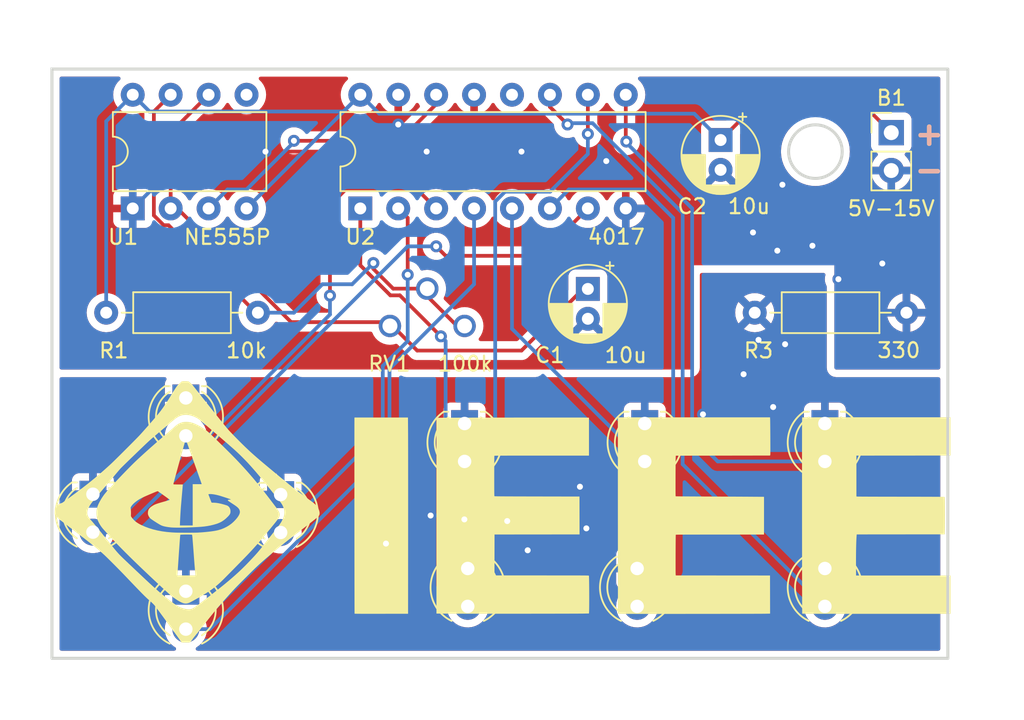
<source format=kicad_pcb>
(kicad_pcb (version 20211014) (generator pcbnew)
  (layers (0 "F.Cu" signal) (31 "B.Cu" signal) (34 "B.Paste" user) (35 "F.Paste" user) (36 "B.SilkS" user "B.Silkscreen") (37 "F.SilkS" user "F.Silkscreen") (38 "B.Mask" user) (39 "F.Mask" user) (44 "Edge.Cuts" user))
  (net 0 "")
  (net 1 "Net-(C1-Pad1)")
  (net 2 "GND")
  (net 3 "Net-(U1-Pad3)")
  (net 4 "VCC")
  (net 5 "Net-(D1-Pad2)")
  (net 6 "Net-(D2-Pad2)")
  (net 7 "Net-(D3-Pad2)")
  (net 8 "Net-(D4-Pad2)")
  (net 9 "Net-(D5-Pad2)")
  (net 10 "Net-(D6-Pad2)")
  (net 11 "Net-(D7-Pad2)")
  (net 12 "Net-(D8-Pad2)")
  (net 13 "Net-(D9-Pad2)")
  (net 14 "Net-(D10-Pad2)")
  (net 16 "Net-(R1-Pad1)")
  (net 18 "/LED_K")
  (footprint "LED_THT:LED_D4.0mm" (layer "F.Cu") (at 108.966 95.504 -90)
    (fp_text reference "D3" hide)
    (fp_text value "LED")
    (pad "1" thru_hole rect (at 0 0 270) (size 1.8 1.8) (drill 0.9) (layers *.Cu *.Mask) (net 18 "/LED_K"))
    (pad "2" thru_hole circle (at 2.54 0 270) (size 1.8 1.8) (drill 0.9) (layers *.Cu *.Mask) (net 7 "Net-(D3-Pad2)"))
  )
  (footprint "LOGO" (layer "F.Cu") (at 130.175 90.17)
    (fp_text reference "G***" (at 0 0) (layer "F.SilkS") (effects (font (size 1.524 1.524) (thickness 0.3))))
    (fp_text value "LOGO" hide)
  )
  (footprint "LED_THT:LED_D4.0mm" (layer "F.Cu") (at 115.316 89.027 -90)
    (fp_text reference "D2" hide)
    (fp_text value "LED")
    (pad "1" thru_hole rect (at 0 0 270) (size 1.8 1.8) (drill 0.9) (layers *.Cu *.Mask) (net 18 "/LED_K"))
    (pad "2" thru_hole circle (at 2.54 0 270) (size 1.8 1.8) (drill 0.9) (layers *.Cu *.Mask) (net 6 "Net-(D2-Pad2)"))
  )
  (footprint "LED_THT:LED_D4.0mm" (layer "F.Cu") (at 127.635 84.265 -90)
    (fp_text reference "D5" hide)
    (fp_text value "LED")
    (pad "1" thru_hole rect (at 0 0 270) (size 1.8 1.8) (drill 0.9) (layers *.Cu *.Mask) (net 18 "/LED_K"))
    (pad "2" thru_hole circle (at 2.54 0 270) (size 1.8 1.8) (drill 0.9) (layers *.Cu *.Mask) (net 9 "Net-(D5-Pad2)"))
  )
  (footprint "Package_DIP:DIP-8_W7.62mm" (layer "F.Cu") (at 105.41 69.85 90)
    (fp_text reference "U1" (at -1.915 -0.645 180) (layer "F.SilkS"))
    (fp_text value "NE555P" (at -1.915 6.34 180) (layer "F.SilkS"))
    (pad "1" thru_hole rect (at 0 0 90) (size 1.6 1.6) (drill 0.8) (layers *.Cu *.Mask) (net 2 "GND"))
    (pad "2" thru_hole oval (at 0 2.54 90) (size 1.6 1.6) (drill 0.8) (layers *.Cu *.Mask) (net 1 "Net-(C1-Pad1)"))
    (pad "3" thru_hole oval (at 0 5.08 90) (size 1.6 1.6) (drill 0.8) (layers *.Cu *.Mask) (net 3 "Net-(U1-Pad3)"))
    (pad "4" thru_hole oval (at 0 7.62 90) (size 1.6 1.6) (drill 0.8) (layers *.Cu *.Mask) (net 4 "VCC"))
    (pad "5" thru_hole oval (at 7.62 7.62 90) (size 1.6 1.6) (drill 0.8) (layers *.Cu *.Mask))
    (pad "6" thru_hole oval (at 7.62 5.08 90) (size 1.6 1.6) (drill 0.8) (layers *.Cu *.Mask) (net 1 "Net-(C1-Pad1)"))
    (pad "7" thru_hole oval (at 7.62 2.54 90) (size 1.6 1.6) (drill 0.8) (layers *.Cu *.Mask) (net 16 "Net-(R1-Pad1)"))
    (pad "8" thru_hole oval (at 7.62 0 90) (size 1.6 1.6) (drill 0.8) (layers *.Cu *.Mask) (net 4 "VCC"))
  )
  (footprint "LED_THT:LED_D4.0mm" (layer "F.Cu") (at 127.845 93.98 -90)
    (fp_text reference "D6" hide)
    (fp_text value "LED")
    (pad "1" thru_hole rect (at 0 0 270) (size 1.8 1.8) (drill 0.9) (layers *.Cu *.Mask) (net 18 "/LED_K"))
    (pad "2" thru_hole circle (at 2.54 0 270) (size 1.8 1.8) (drill 0.9) (layers *.Cu *.Mask) (net 10 "Net-(D6-Pad2)"))
  )
  (footprint "Capacitor_THT:CP_Radial_D5.0mm_P2.00mm" (layer "F.Cu") (at 135.89 75.244888 -90)
    (fp_text reference "C1" (at 4.445 2.54 180) (layer "F.SilkS"))
    (fp_text value "10u" (at 4.445 -2.54 180) (layer "F.SilkS"))
    (pad "1" thru_hole rect (at 0 0 270) (size 1.6 1.6) (drill 0.8) (layers *.Cu *.Mask) (net 1 "Net-(C1-Pad1)"))
    (pad "2" thru_hole circle (at 2 0 270) (size 1.6 1.6) (drill 0.8) (layers *.Cu *.Mask) (net 2 "GND"))
  )
  (footprint "Package_DIP:DIP-16_W7.62mm" (layer "F.Cu") (at 120.65 69.85 90)
    (fp_text reference "U2" (at -1.905 0) (layer "F.SilkS"))
    (fp_text value "4017" (at -1.905 17.145) (layer "F.SilkS"))
    (pad "1" thru_hole rect (at 0 0 90) (size 1.6 1.6) (drill 0.8) (layers *.Cu *.Mask) (net 10 "Net-(D6-Pad2)"))
    (pad "2" thru_hole oval (at 0 2.54 90) (size 1.6 1.6) (drill 0.8) (layers *.Cu *.Mask) (net 6 "Net-(D2-Pad2)"))
    (pad "3" thru_hole oval (at 0 5.08 90) (size 1.6 1.6) (drill 0.8) (layers *.Cu *.Mask) (net 5 "Net-(D1-Pad2)"))
    (pad "4" thru_hole oval (at 0 7.62 90) (size 1.6 1.6) (drill 0.8) (layers *.Cu *.Mask) (net 7 "Net-(D3-Pad2)"))
    (pad "5" thru_hole oval (at 0 10.16 90) (size 1.6 1.6) (drill 0.8) (layers *.Cu *.Mask) (net 11 "Net-(D7-Pad2)"))
    (pad "6" thru_hole oval (at 0 12.7 90) (size 1.6 1.6) (drill 0.8) (layers *.Cu *.Mask) (net 12 "Net-(D8-Pad2)"))
    (pad "7" thru_hole oval (at 0 15.24 90) (size 1.6 1.6) (drill 0.8) (layers *.Cu *.Mask) (net 8 "Net-(D4-Pad2)"))
    (pad "8" thru_hole oval (at 0 17.78 90) (size 1.6 1.6) (drill 0.8) (layers *.Cu *.Mask) (net 2 "GND"))
    (pad "9" thru_hole oval (at 7.62 17.78 90) (size 1.6 1.6) (drill 0.8) (layers *.Cu *.Mask) (net 13 "Net-(D9-Pad2)"))
    (pad "10" thru_hole oval (at 7.62 15.24 90) (size 1.6 1.6) (drill 0.8) (layers *.Cu *.Mask) (net 9 "Net-(D5-Pad2)"))
    (pad "11" thru_hole oval (at 7.62 12.7 90) (size 1.6 1.6) (drill 0.8) (layers *.Cu *.Mask) (net 14 "Net-(D10-Pad2)"))
    (pad "12" thru_hole oval (at 7.62 10.16 90) (size 1.6 1.6) (drill 0.8) (layers *.Cu *.Mask))
    (pad "13" thru_hole oval (at 7.62 7.62 90) (size 1.6 1.6) (drill 0.8) (layers *.Cu *.Mask) (net 2 "GND"))
    (pad "14" thru_hole oval (at 7.62 5.08 90) (size 1.6 1.6) (drill 0.8) (layers *.Cu *.Mask) (net 3 "Net-(U1-Pad3)"))
    (pad "15" thru_hole oval (at 7.62 2.54 90) (size 1.6 1.6) (drill 0.8) (layers *.Cu *.Mask) (net 2 "GND"))
    (pad "16" thru_hole oval (at 7.62 0 90) (size 1.6 1.6) (drill 0.8) (layers *.Cu *.Mask) (net 4 "VCC"))
  )
  (footprint "Resistor_THT:R_Axial_DIN0207_L6.3mm_D2.5mm_P10.16mm_Horizontal" (layer "F.Cu") (at 147.066 76.835)
    (fp_text reference "R3" (at 0.254 2.54) (layer "F.SilkS"))
    (fp_text value "330" (at 9.652 2.526) (layer "F.SilkS"))
    (pad "1" thru_hole circle (at 0 0) (size 1.6 1.6) (drill 0.8) (layers *.Cu *.Mask) (net 18 "/LED_K"))
    (pad "2" thru_hole oval (at 10.16 0) (size 1.6 1.6) (drill 0.8) (layers *.Cu *.Mask) (net 2 "GND"))
  )
  (footprint "LED_THT:LED_D4.0mm" (layer "F.Cu") (at 139.7 84.265 -90)
    (fp_text reference "D7" hide)
    (fp_text value "LED")
    (pad "1" thru_hole rect (at 0 0 270) (size 1.8 1.8) (drill 0.9) (layers *.Cu *.Mask) (net 18 "/LED_K"))
    (pad "2" thru_hole circle (at 2.54 0 270) (size 1.8 1.8) (drill 0.9) (layers *.Cu *.Mask) (net 11 "Net-(D7-Pad2)"))
  )
  (footprint "LED_THT:LED_D4.0mm" (layer "F.Cu") (at 108.966 82.55 -90)
    (fp_text reference "D1" hide)
    (fp_text value "LED")
    (pad "1" thru_hole rect (at 0 0 270) (size 1.8 1.8) (drill 0.9) (layers *.Cu *.Mask) (net 18 "/LED_K"))
    (pad "2" thru_hole circle (at 2.54 0 270) (size 1.8 1.8) (drill 0.9) (layers *.Cu *.Mask) (net 5 "Net-(D1-Pad2)"))
  )
  (footprint "Connector_PinHeader_2.54mm:PinHeader_1x02_P2.54mm_Vertical" (layer "F.Cu") (at 156.21 64.77)
    (fp_text reference "B1" (at 0 -2.33) (layer "F.SilkS"))
    (fp_text value "5V-15V" (at 0 5.08) (layer "F.SilkS"))
    (pad "1" thru_hole rect (at 0 0) (size 1.7 1.7) (drill 1) (layers *.Cu *.Mask) (net 4 "VCC"))
    (pad "2" thru_hole oval (at 0 2.54) (size 1.7 1.7) (drill 1) (layers *.Cu *.Mask) (net 2 "GND"))
  )
  (footprint "aFootprint:trimpot-3306KPW" (layer "F.Cu") (at 125.135 77.724)
    (fp_text reference "RV1" (at -2.54 2.54) (layer "F.SilkS"))
    (fp_text value "100k" (at 2.54 2.54) (layer "F.SilkS"))
    (pad "1" thru_hole circle locked (at -2.5 0) (size 1.5 1.5) (drill 1) (layers *.Cu *.Mask) (net 1 "Net-(C1-Pad1)"))
    (pad "2" thru_hole circle locked (at 0 -2.5) (size 1.5 1.5) (drill 1) (layers *.Cu *.Mask) (net 16 "Net-(R1-Pad1)"))
    (pad "3" thru_hole circle locked (at 2.5 0) (size 1.5 1.5) (drill 1) (layers *.Cu *.Mask) (net 16 "Net-(R1-Pad1)"))
  )
  (footprint "LED_THT:LED_D4.0mm" (layer "F.Cu") (at 151.765 84.265 -90)
    (fp_text reference "D9" hide)
    (fp_text value "LED")
    (pad "1" thru_hole rect (at 0 0 270) (size 1.8 1.8) (drill 0.9) (layers *.Cu *.Mask) (net 18 "/LED_K"))
    (pad "2" thru_hole circle (at 2.54 0 270) (size 1.8 1.8) (drill 0.9) (layers *.Cu *.Mask) (net 13 "Net-(D9-Pad2)"))
  )
  (footprint "Capacitor_THT:CP_Radial_D5.0mm_P2.00mm" (layer "F.Cu") (at 144.78 65.26444 -90)
    (fp_text reference "C2" (at 4.445 1.905 180) (layer "F.SilkS"))
    (fp_text value "10u" (at 4.445 -1.905 180) (layer "F.SilkS"))
    (pad "1" thru_hole rect (at 0 0 270) (size 1.6 1.6) (drill 0.8) (layers *.Cu *.Mask) (net 4 "VCC"))
    (pad "2" thru_hole circle (at 2 0 270) (size 1.6 1.6) (drill 0.8) (layers *.Cu *.Mask) (net 2 "GND"))
  )
  (footprint "LED_THT:LED_D4.0mm" (layer "F.Cu") (at 151.765 93.98 -90)
    (fp_text reference "D10" hide)
    (fp_text value "LED")
    (pad "1" thru_hole rect (at 0 0 270) (size 1.8 1.8) (drill 0.9) (layers *.Cu *.Mask) (net 18 "/LED_K"))
    (pad "2" thru_hole circle (at 2.54 0 270) (size 1.8 1.8) (drill 0.9) (layers *.Cu *.Mask) (net 14 "Net-(D10-Pad2)"))
  )
  (footprint "LED_THT:LED_D4.0mm" (layer "F.Cu") (at 139.192 93.98 -90)
    (fp_text reference "D8" hide)
    (fp_text value "LED")
    (pad "1" thru_hole rect (at 0 0 270) (size 1.8 1.8) (drill 0.9) (layers *.Cu *.Mask) (net 18 "/LED_K"))
    (pad "2" thru_hole circle (at 2.54 0 270) (size 1.8 1.8) (drill 0.9) (layers *.Cu *.Mask) (net 12 "Net-(D8-Pad2)"))
  )
  (footprint "Resistor_THT:R_Axial_DIN0207_L6.3mm_D2.5mm_P10.16mm_Horizontal" (layer "F.Cu") (at 113.792 76.835 180)
    (fp_text reference "R1" (at 9.652 -2.54) (layer "F.SilkS"))
    (fp_text value "10k" (at 0.762 -2.54) (layer "F.SilkS"))
    (pad "1" thru_hole circle (at 0 0 180) (size 1.6 1.6) (drill 0.8) (layers *.Cu *.Mask) (net 16 "Net-(R1-Pad1)"))
    (pad "2" thru_hole oval (at 10.16 0 180) (size 1.6 1.6) (drill 0.8) (layers *.Cu *.Mask) (net 4 "VCC"))
  )
  (footprint "LED_THT:LED_D4.0mm" (layer "F.Cu") (at 102.743 89.002 -90)
    (fp_text reference "D4" hide)
    (fp_text value "LED")
    (pad "1" thru_hole rect (at 0 0 270) (size 1.8 1.8) (drill 0.9) (layers *.Cu *.Mask) (net 18 "/LED_K"))
    (pad "2" thru_hole circle (at 2.54 0 270) (size 1.8 1.8) (drill 0.9) (layers *.Cu *.Mask) (net 8 "Net-(D4-Pad2)"))
  )
  (gr_rect (start 100 60.508) (end 160 100) (layer "Edge.Cuts") (width 0.2) (fill none))
  (gr_circle (center 151.13 66.04) (end 152.926051 66.04) (layer "Edge.Cuts") (width 0.2) (fill none))
  (gr_text "+\n-" (at 158.75 66.04) (layer "B.SilkS") (effects (font (size 1.5 1.5) (thickness 0.3)) (justify mirror)))
  (gr_text "+\n-" (at 158.75 66.04) (layer "F.SilkS") (effects (font (size 1.5 1.5) (thickness 0.3))))
  (segment (start 107.95 69.85) (end 107.95 64.77) (width 0.25) (layer "F.Cu") (net 1))
  (segment (start 135.575112 75.244888) (end 135.89 75.244888) (width 0.25) (layer "F.Cu") (net 1))
  (segment (start 122.635 77.724) (end 122.381 77.47) (width 0.25) (layer "F.Cu") (net 1))
  (segment (start 108.397991 69.85) (end 107.95 69.85) (width 0.25) (layer "F.Cu") (net 1))
  (segment (start 122.635 77.724) (end 122.809 77.724) (width 0.25) (layer "F.Cu") (net 1))
  (segment (start 116.017991 77.47) (end 108.397991 69.85) (width 0.25) (layer "F.Cu") (net 1))
  (segment (start 122.809 77.724) (end 124.46 79.375) (width 0.25) (layer "F.Cu") (net 1))
  (segment (start 107.95 64.77) (end 110.49 62.23) (width 0.25) (layer "F.Cu") (net 1))
  (segment (start 124.46 79.375) (end 131.445 79.375) (width 0.25) (layer "F.Cu") (net 1))
  (segment (start 131.445 79.375) (end 135.575112 75.244888) (width 0.25) (layer "F.Cu") (net 1))
  (segment (start 122.381 77.47) (end 116.017991 77.47) (width 0.25) (layer "F.Cu") (net 1))
  (segment (start 132.08 66.675) (end 137.123951 66.675) (width 0.25) (layer "F.Cu") (net 2))
  (segment (start 130.175 66.04) (end 131.445 66.04) (width 0.25) (layer "F.Cu") (net 2))
  (segment (start 131.445 66.04) (end 132.08 66.675) (width 0.25) (layer "F.Cu") (net 2))
  (segment (start 114.3 66.04) (end 125.095 66.04) (width 0.25) (layer "F.Cu") (net 2))
  (segment (start 125.095 66.04) (end 130.175 66.04) (width 0.25) (layer "F.Cu") (net 2))
  (segment (start 123.19 64.2245) (end 123.19 62.23) (width 0.25) (layer "F.Cu") (net 2))
  (via (at 148.92 68.26) (size 0.8) (drill 0.4) (layers "F.Cu" "B.Cu") (net 2))
  (via (at 131.445 66.04) (size 0.8) (drill 0.4) (layers "F.Cu" "B.Cu") (net 2))
  (via (at 152.67 74.59) (size 0.8) (drill 0.4) (layers "F.Cu" "B.Cu") (net 2))
  (via (at 148.58 72.68) (size 0.8) (drill 0.4) (layers "F.Cu" "B.Cu") (net 2))
  (via (at 125.095 66.04) (size 0.8) (drill 0.4) (layers "F.Cu" "B.Cu") (net 2))
  (via (at 150.93 72.35) (size 0.8) (drill 0.4) (layers "F.Cu" "B.Cu") (net 2))
  (via (at 146.95 71.46) (size 0.8) (drill 0.4) (layers "F.Cu" "B.Cu") (net 2))
  (via (at 123.19 64.2245) (size 0.8) (drill 0.4) (layers "F.Cu" "B.Cu") (net 2))
  (via (at 114.3 66.04) (size 0.8) (drill 0.4) (layers "F.Cu" "B.Cu") (net 2))
  (via (at 137.123951 66.675) (size 0.8) (drill 0.4) (layers "F.Cu" "B.Cu") (net 2))
  (via (at 155.61 73.54) (size 0.8) (drill 0.4) (layers "F.Cu" "B.Cu") (net 2))
  (segment (start 123.2795 64.2245) (end 125.095 66.04) (width 0.25) (layer "B.Cu") (net 2))
  (segment (start 105.41 69.85) (end 109.22 66.04) (width 0.25) (layer "B.Cu") (net 2))
  (segment (start 109.22 66.04) (end 114.3 66.04) (width 0.25) (layer "B.Cu") (net 2))
  (segment (start 123.19 64.2245) (end 123.2795 64.2245) (width 0.25) (layer "B.Cu") (net 2))
  (segment (start 123.2795 65.3155) (end 125.73 62.865) (width 0.25) (layer "F.Cu") (net 3))
  (segment (start 125.73 62.865) (end 125.73 62.23) (width 0.25) (layer "F.Cu") (net 3))
  (segment (start 116.205 65.3155) (end 123.2795 65.3155) (width 0.25) (layer "F.Cu") (net 3))
  (via (at 116.205 65.3155) (size 0.8) (drill 0.4) (layers "F.Cu" "B.Cu") (net 3))
  (segment (start 113.03 68.58) (end 111.76 68.58) (width 0.25) (layer "B.Cu") (net 3))
  (segment (start 116.205 65.405) (end 113.03 68.58) (width 0.25) (layer "B.Cu") (net 3))
  (segment (start 116.205 65.3155) (end 116.205 65.405) (width 0.25) (layer "B.Cu") (net 3))
  (segment (start 111.76 68.58) (end 110.49 69.85) (width 0.25) (layer "B.Cu") (net 3))
  (segment (start 144.78 65.26444) (end 146.54444 63.5) (width 0.25) (layer "F.Cu") (net 4))
  (segment (start 146.54444 63.5) (end 154.94 63.5) (width 0.25) (layer "F.Cu") (net 4))
  (segment (start 154.94 63.5) (end 156.21 64.77) (width 0.25) (layer "F.Cu") (net 4))
  (segment (start 113.03 69.85) (end 120.65 62.23) (width 0.25) (layer "B.Cu") (net 4))
  (segment (start 143.01556 63.5) (end 121.92 63.5) (width 0.25) (layer "B.Cu") (net 4))
  (segment (start 105.41 62.23) (end 106.535 63.355) (width 0.25) (layer "B.Cu") (net 4))
  (segment (start 144.78 65.26444) (end 143.01556 63.5) (width 0.25) (layer "B.Cu") (net 4))
  (segment (start 121.92 63.5) (end 120.65 62.23) (width 0.25) (layer "B.Cu") (net 4))
  (segment (start 105.41 62.23) (end 103.632 64.008) (width 0.25) (layer "B.Cu") (net 4))
  (segment (start 119.525 63.355) (end 120.65 62.23) (width 0.25) (layer "B.Cu") (net 4))
  (segment (start 106.535 63.355) (end 119.525 63.355) (width 0.25) (layer "B.Cu") (net 4))
  (segment (start 103.632 64.008) (end 103.632 76.835) (width 0.25) (layer "B.Cu") (net 4))
  (segment (start 118.618 69.632) (end 119.67 68.58) (width 0.25) (layer "F.Cu") (net 5))
  (segment (start 118.618 75.692) (end 118.618 69.632) (width 0.25) (layer "F.Cu") (net 5))
  (segment (start 119.67 68.58) (end 124.46 68.58) (width 0.25) (layer "F.Cu") (net 5))
  (segment (start 124.46 68.58) (end 125.73 69.85) (width 0.25) (layer "F.Cu") (net 5))
  (via (at 118.618 75.692) (size 0.8) (drill 0.4) (layers "F.Cu" "B.Cu") (net 5))
  (segment (start 118.618 76.960604) (end 110.488604 85.09) (width 0.25) (layer "B.Cu") (net 5))
  (segment (start 118.618 75.692) (end 118.618 76.960604) (width 0.25) (layer "B.Cu") (net 5))
  (segment (start 110.488604 85.09) (end 108.966 85.09) (width 0.25) (layer "B.Cu") (net 5))
  (segment (start 123.825 70.485) (end 123.19 69.85) (width 0.25) (layer "F.Cu") (net 6))
  (segment (start 123.825 74.295) (end 123.825 70.485) (width 0.25) (layer "F.Cu") (net 6))
  (via (at 123.825 74.295) (size 0.8) (drill 0.4) (layers "F.Cu" "B.Cu") (net 6))
  (segment (start 123.825 74.295) (end 123.825 78.738604) (width 0.25) (layer "B.Cu") (net 6))
  (segment (start 123.825 78.738604) (end 122.154476 80.409128) (width 0.25) (layer "B.Cu") (net 6))
  (segment (start 122.154476 80.409128) (end 122.154476 84.728524) (width 0.25) (layer "B.Cu") (net 6))
  (segment (start 122.154476 84.728524) (end 115.316 91.567) (width 0.25) (layer "B.Cu") (net 6))
  (segment (start 128.27 74.93) (end 128.27 69.85) (width 0.25) (layer "B.Cu") (net 7))
  (segment (start 108.966 98.044) (end 110.571412 98.044) (width 0.25) (layer "B.Cu") (net 7))
  (segment (start 110.571412 98.044) (end 122.604476 86.010936) (width 0.25) (layer "B.Cu") (net 7))
  (segment (start 122.604476 80.595524) (end 128.27 74.93) (width 0.25) (layer "B.Cu") (net 7))
  (segment (start 122.604476 86.010936) (end 122.604476 80.595524) (width 0.25) (layer "B.Cu") (net 7))
  (segment (start 126.365 73.025) (end 132.715 73.025) (width 0.25) (layer "F.Cu") (net 8))
  (segment (start 132.715 73.025) (end 135.89 69.85) (width 0.25) (layer "F.Cu") (net 8))
  (segment (start 125.73 72.39) (end 126.365 73.025) (width 0.25) (layer "F.Cu") (net 8))
  (via (at 125.73 72.39) (size 0.8) (drill 0.4) (layers "F.Cu" "B.Cu") (net 8))
  (segment (start 125.73 72.39) (end 123.825 72.39) (width 0.25) (layer "B.Cu") (net 8))
  (segment (start 104.673 91.542) (end 102.743 91.542) (width 0.25) (layer "B.Cu") (net 8))
  (segment (start 123.825 72.39) (end 104.673 91.542) (width 0.25) (layer "B.Cu") (net 8))
  (segment (start 135.89 64.8595) (end 135.89 62.23) (width 0.25) (layer "F.Cu") (net 9))
  (via (at 135.89 64.8595) (size 0.8) (drill 0.4) (layers "F.Cu" "B.Cu") (net 9))
  (segment (start 129.685 84.755) (end 127.635 86.805) (width 0.25) (layer "B.Cu") (net 9))
  (segment (start 129.685 69.384009) (end 129.685 84.755) (width 0.25) (layer "B.Cu") (net 9))
  (segment (start 135.89 66.197005) (end 133.362005 68.725) (width 0.25) (layer "B.Cu") (net 9))
  (segment (start 135.89 64.8595) (end 135.89 66.197005) (width 0.25) (layer "B.Cu") (net 9))
  (segment (start 130.344009 68.725) (end 129.685 69.384009) (width 0.25) (layer "B.Cu") (net 9))
  (segment (start 133.362005 68.725) (end 130.344009 68.725) (width 0.25) (layer "B.Cu") (net 9))
  (segment (start 126.0475 78.4225) (end 123.299 75.674) (width 0.25) (layer "F.Cu") (net 10))
  (segment (start 120.65 73.66) (end 120.65 69.85) (width 0.25) (layer "F.Cu") (net 10))
  (segment (start 123.299 75.674) (end 122.664 75.674) (width 0.25) (layer "F.Cu") (net 10))
  (segment (start 122.664 75.674) (end 120.65 73.66) (width 0.25) (layer "F.Cu") (net 10))
  (via (at 126.0475 78.4225) (size 0.8) (drill 0.4) (layers "F.Cu" "B.Cu") (net 10))
  (segment (start 126.365 78.74) (end 126.365 95.04) (width 0.25) (layer "B.Cu") (net 10))
  (segment (start 126.365 95.04) (end 127.845 96.52) (width 0.25) (layer "B.Cu") (net 10))
  (segment (start 126.0475 78.4225) (end 126.365 78.74) (width 0.25) (layer "B.Cu") (net 10))
  (segment (start 130.81 77.915) (end 130.81 69.85) (width 0.25) (layer "B.Cu") (net 11))
  (segment (start 139.7 86.805) (end 130.81 77.915) (width 0.25) (layer "B.Cu") (net 11))
  (segment (start 141.605 70.485) (end 139.7 68.58) (width 0.25) (layer "B.Cu") (net 12))
  (segment (start 134.62 68.58) (end 133.35 69.85) (width 0.25) (layer "B.Cu") (net 12))
  (segment (start 139.192 96.52) (end 141.605 94.107) (width 0.25) (layer "B.Cu") (net 12))
  (segment (start 141.605 94.107) (end 141.605 70.485) (width 0.25) (layer "B.Cu") (net 12))
  (segment (start 139.7 68.58) (end 134.62 68.58) (width 0.25) (layer "B.Cu") (net 12))
  (segment (start 138.43 65.332902) (end 138.43 62.23) (width 0.25) (layer "F.Cu") (net 13))
  (segment (start 138.466049 65.368951) (end 138.43 65.332902) (width 0.25) (layer "F.Cu") (net 13))
  (via (at 138.466049 65.368951) (size 0.8) (drill 0.4) (layers "F.Cu" "B.Cu") (net 13))
  (segment (start 142.875 69.85) (end 142.875 85.09) (width 0.25) (layer "B.Cu") (net 13))
  (segment (start 138.466049 65.441049) (end 142.875 69.85) (width 0.25) (layer "B.Cu") (net 13))
  (segment (start 144.59 86.805) (end 151.765 86.805) (width 0.25) (layer "B.Cu") (net 13))
  (segment (start 138.466049 65.368951) (end 138.466049 65.441049) (width 0.25) (layer "B.Cu") (net 13))
  (segment (start 142.875 85.09) (end 144.59 86.805) (width 0.25) (layer "B.Cu") (net 13))
  (segment (start 134.5305 64.2245) (end 133.35 63.044) (width 0.25) (layer "F.Cu") (net 14))
  (segment (start 133.35 63.044) (end 133.35 62.23) (width 0.25) (layer "F.Cu") (net 14))
  (via (at 134.5305 64.2245) (size 0.8) (drill 0.4) (layers "F.Cu" "B.Cu") (net 14))
  (segment (start 136.2075 64.135) (end 142.24 70.1675) (width 0.25) (layer "B.Cu") (net 14))
  (segment (start 142.24 86.995) (end 151.765 96.52) (width 0.25) (layer "B.Cu") (net 14))
  (segment (start 134.62 64.135) (end 136.2075 64.135) (width 0.25) (layer "B.Cu") (net 14))
  (segment (start 142.24 70.1675) (end 142.24 86.995) (width 0.25) (layer "B.Cu") (net 14))
  (segment (start 134.5305 64.2245) (end 134.62 64.135) (width 0.25) (layer "B.Cu") (net 14))
  (segment (start 127.127 77.724) (end 125.135 75.732) (width 0.25) (layer "F.Cu") (net 16))
  (segment (start 125.135 75.732) (end 125.135 75.224) (width 0.25) (layer "F.Cu") (net 16))
  (segment (start 127.635 77.724) (end 127.127 77.724) (width 0.25) (layer "F.Cu") (net 16))
  (segment (start 107.484009 70.975) (end 107.805 70.975) (width 0.25) (layer "F.Cu") (net 16))
  (segment (start 107.95 62.23) (end 106.825 63.355) (width 0.25) (layer "F.Cu") (net 16))
  (segment (start 121.524549 73.509951) (end 121.524549 73.898153) (width 0.25) (layer "F.Cu") (net 16))
  (segment (start 107.805 70.975) (end 113.665 76.835) (width 0.25) (layer "F.Cu") (net 16))
  (segment (start 122.850396 75.224) (end 125.135 75.224) (width 0.25) (layer "F.Cu") (net 16))
  (segment (start 113.665 76.835) (end 113.792 76.835) (width 0.25) (layer "F.Cu") (net 16))
  (segment (start 121.524549 73.898153) (end 122.850396 75.224) (width 0.25) (layer "F.Cu") (net 16))
  (segment (start 106.825 63.355) (end 106.825 70.315991) (width 0.25) (layer "F.Cu") (net 16))
  (segment (start 106.825 70.315991) (end 107.484009 70.975) (width 0.25) (layer "F.Cu") (net 16))
  (via (at 121.524549 73.509951) (size 0.8) (drill 0.4) (layers "F.Cu" "B.Cu") (net 16))
  (segment (start 116.205 76.835) (end 113.792 76.835) (width 0.25) (layer "B.Cu") (net 16))
  (segment (start 121.524549 73.509951) (end 120.1045 74.93) (width 0.25) (layer "B.Cu") (net 16))
  (segment (start 118.11 74.93) (end 116.205 76.835) (width 0.25) (layer "B.Cu") (net 16))
  (segment (start 120.1045 74.93) (end 118.11 74.93) (width 0.25) (layer "B.Cu") (net 16))
  (via (at 135.36 88.5) (size 0.8) (drill 0.4) (layers "F.Cu" "B.Cu") (net 18))
  (via (at 125.36 90.43) (size 0.8) (drill 0.4) (layers "F.Cu" "B.Cu") (net 18))
  (via (at 146.32 80.96) (size 0.8) (drill 0.4) (layers "F.Cu" "B.Cu") (net 18))
  (via (at 149.1 78.95) (size 0.8) (drill 0.4) (layers "F.Cu" "B.Cu") (net 18))
  (via (at 130.49 90.8) (size 0.8) (drill 0.4) (layers "F.Cu" "B.Cu") (net 18))
  (via (at 122.37 92.31) (size 0.8) (drill 0.4) (layers "F.Cu" "B.Cu") (net 18))
  (via (at 135.79 91.29) (size 0.8) (drill 0.4) (layers "F.Cu" "B.Cu") (net 18))
  (via (at 131.86 92.76) (size 0.8) (drill 0.4) (layers "F.Cu" "B.Cu") (net 18))
  (via (at 127.62 90.69) (size 0.8) (drill 0.4) (layers "F.Cu" "B.Cu") (net 18))
  (via (at 148.3 83.16) (size 0.8) (drill 0.4) (layers "F.Cu" "B.Cu") (net 18))
  (via (at 147.32 78.66) (size 0.8) (drill 0.4) (layers "F.Cu" "B.Cu") (net 18))
  (via (at 143.5995 83.65) (size 0.8) (drill 0.4) (layers "F.Cu" "B.Cu") (net 18))
  (zone (net 2) (net_name "GND") (layers F&B.Cu) (priority 1) (connect_pads (clearance 0.508)) (min_thickness 0.254) (fill yes (thermal_gap 0.508) (thermal_bridge_width 0.508) (smoothing fillet))
    (polygon (pts (xy 165.1 80.645) (xy 152.4 80.645) (xy 152.4 73.66) (xy 142.875 73.66) (xy 142.875 80.645) (xy 96.52 80.645) (xy 96.52 55.88) (xy 165.1 55.88)))
  )
  (zone (net 18) (net_name "/LED_K") (layers F&B.Cu) (connect_pads (clearance 0.508)) (min_thickness 0.254) (fill yes (thermal_gap 0.508) (thermal_bridge_width 0.508) (smoothing fillet))
    (polygon (pts (xy 152.4 80.645) (xy 165.1 80.645) (xy 165.1 104.14) (xy 96.52 104.14) (xy 96.52 80.645) (xy 142.875 80.645) (xy 142.875 73.66) (xy 152.4 73.66)))
  )
)
</source>
